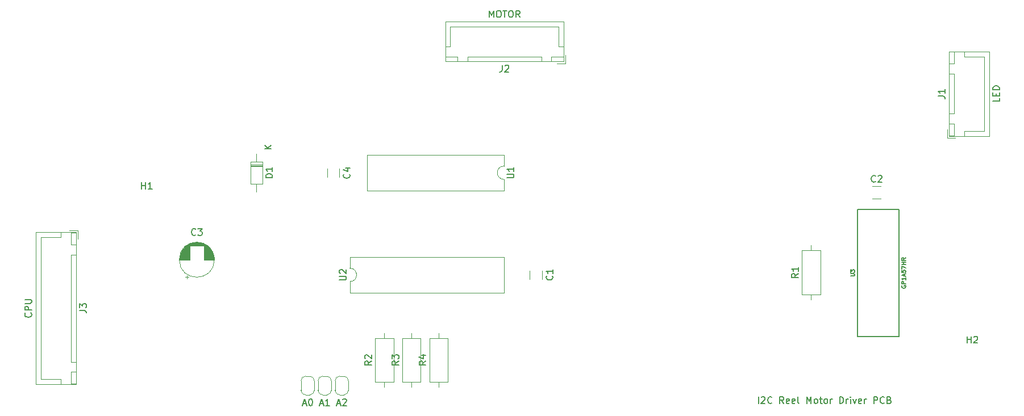
<source format=gbr>
%TF.GenerationSoftware,KiCad,Pcbnew,5.1.10-88a1d61d58~88~ubuntu20.04.1*%
%TF.CreationDate,2021-05-13T16:29:57+02:00*%
%TF.ProjectId,anna_elsa_reel_pcb,616e6e61-5f65-46c7-9361-5f7265656c5f,rev?*%
%TF.SameCoordinates,Original*%
%TF.FileFunction,Legend,Top*%
%TF.FilePolarity,Positive*%
%FSLAX46Y46*%
G04 Gerber Fmt 4.6, Leading zero omitted, Abs format (unit mm)*
G04 Created by KiCad (PCBNEW 5.1.10-88a1d61d58~88~ubuntu20.04.1) date 2021-05-13 16:29:57*
%MOMM*%
%LPD*%
G01*
G04 APERTURE LIST*
%ADD10C,0.150000*%
%ADD11C,0.120000*%
%ADD12C,0.203200*%
%ADD13C,0.127000*%
G04 APERTURE END LIST*
D10*
X161142857Y-100452380D02*
X161142857Y-99452380D01*
X161571428Y-99547619D02*
X161619047Y-99500000D01*
X161714285Y-99452380D01*
X161952380Y-99452380D01*
X162047619Y-99500000D01*
X162095238Y-99547619D01*
X162142857Y-99642857D01*
X162142857Y-99738095D01*
X162095238Y-99880952D01*
X161523809Y-100452380D01*
X162142857Y-100452380D01*
X163142857Y-100357142D02*
X163095238Y-100404761D01*
X162952380Y-100452380D01*
X162857142Y-100452380D01*
X162714285Y-100404761D01*
X162619047Y-100309523D01*
X162571428Y-100214285D01*
X162523809Y-100023809D01*
X162523809Y-99880952D01*
X162571428Y-99690476D01*
X162619047Y-99595238D01*
X162714285Y-99500000D01*
X162857142Y-99452380D01*
X162952380Y-99452380D01*
X163095238Y-99500000D01*
X163142857Y-99547619D01*
X164904761Y-100452380D02*
X164571428Y-99976190D01*
X164333333Y-100452380D02*
X164333333Y-99452380D01*
X164714285Y-99452380D01*
X164809523Y-99500000D01*
X164857142Y-99547619D01*
X164904761Y-99642857D01*
X164904761Y-99785714D01*
X164857142Y-99880952D01*
X164809523Y-99928571D01*
X164714285Y-99976190D01*
X164333333Y-99976190D01*
X165714285Y-100404761D02*
X165619047Y-100452380D01*
X165428571Y-100452380D01*
X165333333Y-100404761D01*
X165285714Y-100309523D01*
X165285714Y-99928571D01*
X165333333Y-99833333D01*
X165428571Y-99785714D01*
X165619047Y-99785714D01*
X165714285Y-99833333D01*
X165761904Y-99928571D01*
X165761904Y-100023809D01*
X165285714Y-100119047D01*
X166571428Y-100404761D02*
X166476190Y-100452380D01*
X166285714Y-100452380D01*
X166190476Y-100404761D01*
X166142857Y-100309523D01*
X166142857Y-99928571D01*
X166190476Y-99833333D01*
X166285714Y-99785714D01*
X166476190Y-99785714D01*
X166571428Y-99833333D01*
X166619047Y-99928571D01*
X166619047Y-100023809D01*
X166142857Y-100119047D01*
X167190476Y-100452380D02*
X167095238Y-100404761D01*
X167047619Y-100309523D01*
X167047619Y-99452380D01*
X168333333Y-100452380D02*
X168333333Y-99452380D01*
X168666666Y-100166666D01*
X169000000Y-99452380D01*
X169000000Y-100452380D01*
X169619047Y-100452380D02*
X169523809Y-100404761D01*
X169476190Y-100357142D01*
X169428571Y-100261904D01*
X169428571Y-99976190D01*
X169476190Y-99880952D01*
X169523809Y-99833333D01*
X169619047Y-99785714D01*
X169761904Y-99785714D01*
X169857142Y-99833333D01*
X169904761Y-99880952D01*
X169952380Y-99976190D01*
X169952380Y-100261904D01*
X169904761Y-100357142D01*
X169857142Y-100404761D01*
X169761904Y-100452380D01*
X169619047Y-100452380D01*
X170238095Y-99785714D02*
X170619047Y-99785714D01*
X170380952Y-99452380D02*
X170380952Y-100309523D01*
X170428571Y-100404761D01*
X170523809Y-100452380D01*
X170619047Y-100452380D01*
X171095238Y-100452380D02*
X171000000Y-100404761D01*
X170952380Y-100357142D01*
X170904761Y-100261904D01*
X170904761Y-99976190D01*
X170952380Y-99880952D01*
X171000000Y-99833333D01*
X171095238Y-99785714D01*
X171238095Y-99785714D01*
X171333333Y-99833333D01*
X171380952Y-99880952D01*
X171428571Y-99976190D01*
X171428571Y-100261904D01*
X171380952Y-100357142D01*
X171333333Y-100404761D01*
X171238095Y-100452380D01*
X171095238Y-100452380D01*
X171857142Y-100452380D02*
X171857142Y-99785714D01*
X171857142Y-99976190D02*
X171904761Y-99880952D01*
X171952380Y-99833333D01*
X172047619Y-99785714D01*
X172142857Y-99785714D01*
X173238095Y-100452380D02*
X173238095Y-99452380D01*
X173476190Y-99452380D01*
X173619047Y-99500000D01*
X173714285Y-99595238D01*
X173761904Y-99690476D01*
X173809523Y-99880952D01*
X173809523Y-100023809D01*
X173761904Y-100214285D01*
X173714285Y-100309523D01*
X173619047Y-100404761D01*
X173476190Y-100452380D01*
X173238095Y-100452380D01*
X174238095Y-100452380D02*
X174238095Y-99785714D01*
X174238095Y-99976190D02*
X174285714Y-99880952D01*
X174333333Y-99833333D01*
X174428571Y-99785714D01*
X174523809Y-99785714D01*
X174857142Y-100452380D02*
X174857142Y-99785714D01*
X174857142Y-99452380D02*
X174809523Y-99500000D01*
X174857142Y-99547619D01*
X174904761Y-99500000D01*
X174857142Y-99452380D01*
X174857142Y-99547619D01*
X175238095Y-99785714D02*
X175476190Y-100452380D01*
X175714285Y-99785714D01*
X176476190Y-100404761D02*
X176380952Y-100452380D01*
X176190476Y-100452380D01*
X176095238Y-100404761D01*
X176047619Y-100309523D01*
X176047619Y-99928571D01*
X176095238Y-99833333D01*
X176190476Y-99785714D01*
X176380952Y-99785714D01*
X176476190Y-99833333D01*
X176523809Y-99928571D01*
X176523809Y-100023809D01*
X176047619Y-100119047D01*
X176952380Y-100452380D02*
X176952380Y-99785714D01*
X176952380Y-99976190D02*
X177000000Y-99880952D01*
X177047619Y-99833333D01*
X177142857Y-99785714D01*
X177238095Y-99785714D01*
X178333333Y-100452380D02*
X178333333Y-99452380D01*
X178714285Y-99452380D01*
X178809523Y-99500000D01*
X178857142Y-99547619D01*
X178904761Y-99642857D01*
X178904761Y-99785714D01*
X178857142Y-99880952D01*
X178809523Y-99928571D01*
X178714285Y-99976190D01*
X178333333Y-99976190D01*
X179904761Y-100357142D02*
X179857142Y-100404761D01*
X179714285Y-100452380D01*
X179619047Y-100452380D01*
X179476190Y-100404761D01*
X179380952Y-100309523D01*
X179333333Y-100214285D01*
X179285714Y-100023809D01*
X179285714Y-99880952D01*
X179333333Y-99690476D01*
X179380952Y-99595238D01*
X179476190Y-99500000D01*
X179619047Y-99452380D01*
X179714285Y-99452380D01*
X179857142Y-99500000D01*
X179904761Y-99547619D01*
X180666666Y-99928571D02*
X180809523Y-99976190D01*
X180857142Y-100023809D01*
X180904761Y-100119047D01*
X180904761Y-100261904D01*
X180857142Y-100357142D01*
X180809523Y-100404761D01*
X180714285Y-100452380D01*
X180333333Y-100452380D01*
X180333333Y-99452380D01*
X180666666Y-99452380D01*
X180761904Y-99500000D01*
X180809523Y-99547619D01*
X180857142Y-99642857D01*
X180857142Y-99738095D01*
X180809523Y-99833333D01*
X180761904Y-99880952D01*
X180666666Y-99928571D01*
X180333333Y-99928571D01*
D11*
%TO.C,D1*%
X87280000Y-64400000D02*
X85440000Y-64400000D01*
X85440000Y-64400000D02*
X85440000Y-67680000D01*
X85440000Y-67680000D02*
X87280000Y-67680000D01*
X87280000Y-67680000D02*
X87280000Y-64400000D01*
X86360000Y-63220000D02*
X86360000Y-64400000D01*
X86360000Y-68860000D02*
X86360000Y-67680000D01*
X87280000Y-64976000D02*
X85440000Y-64976000D01*
X87280000Y-65096000D02*
X85440000Y-65096000D01*
X87280000Y-64856000D02*
X85440000Y-64856000D01*
%TO.C,C3*%
X80090000Y-79010000D02*
G75*
G03*
X80090000Y-79010000I-2620000J0D01*
G01*
X78510000Y-79010000D02*
X80050000Y-79010000D01*
X74890000Y-79010000D02*
X76430000Y-79010000D01*
X78510000Y-78970000D02*
X80050000Y-78970000D01*
X74890000Y-78970000D02*
X76430000Y-78970000D01*
X74891000Y-78930000D02*
X76430000Y-78930000D01*
X78510000Y-78930000D02*
X80049000Y-78930000D01*
X74892000Y-78890000D02*
X76430000Y-78890000D01*
X78510000Y-78890000D02*
X80048000Y-78890000D01*
X74894000Y-78850000D02*
X76430000Y-78850000D01*
X78510000Y-78850000D02*
X80046000Y-78850000D01*
X74897000Y-78810000D02*
X76430000Y-78810000D01*
X78510000Y-78810000D02*
X80043000Y-78810000D01*
X74901000Y-78770000D02*
X76430000Y-78770000D01*
X78510000Y-78770000D02*
X80039000Y-78770000D01*
X74905000Y-78730000D02*
X76430000Y-78730000D01*
X78510000Y-78730000D02*
X80035000Y-78730000D01*
X74909000Y-78690000D02*
X76430000Y-78690000D01*
X78510000Y-78690000D02*
X80031000Y-78690000D01*
X74914000Y-78650000D02*
X76430000Y-78650000D01*
X78510000Y-78650000D02*
X80026000Y-78650000D01*
X74920000Y-78610000D02*
X76430000Y-78610000D01*
X78510000Y-78610000D02*
X80020000Y-78610000D01*
X74927000Y-78570000D02*
X76430000Y-78570000D01*
X78510000Y-78570000D02*
X80013000Y-78570000D01*
X74934000Y-78530000D02*
X76430000Y-78530000D01*
X78510000Y-78530000D02*
X80006000Y-78530000D01*
X74942000Y-78490000D02*
X76430000Y-78490000D01*
X78510000Y-78490000D02*
X79998000Y-78490000D01*
X74950000Y-78450000D02*
X76430000Y-78450000D01*
X78510000Y-78450000D02*
X79990000Y-78450000D01*
X74959000Y-78410000D02*
X76430000Y-78410000D01*
X78510000Y-78410000D02*
X79981000Y-78410000D01*
X74969000Y-78370000D02*
X76430000Y-78370000D01*
X78510000Y-78370000D02*
X79971000Y-78370000D01*
X74979000Y-78330000D02*
X76430000Y-78330000D01*
X78510000Y-78330000D02*
X79961000Y-78330000D01*
X74990000Y-78289000D02*
X76430000Y-78289000D01*
X78510000Y-78289000D02*
X79950000Y-78289000D01*
X75002000Y-78249000D02*
X76430000Y-78249000D01*
X78510000Y-78249000D02*
X79938000Y-78249000D01*
X75015000Y-78209000D02*
X76430000Y-78209000D01*
X78510000Y-78209000D02*
X79925000Y-78209000D01*
X75028000Y-78169000D02*
X76430000Y-78169000D01*
X78510000Y-78169000D02*
X79912000Y-78169000D01*
X75042000Y-78129000D02*
X76430000Y-78129000D01*
X78510000Y-78129000D02*
X79898000Y-78129000D01*
X75056000Y-78089000D02*
X76430000Y-78089000D01*
X78510000Y-78089000D02*
X79884000Y-78089000D01*
X75072000Y-78049000D02*
X76430000Y-78049000D01*
X78510000Y-78049000D02*
X79868000Y-78049000D01*
X75088000Y-78009000D02*
X76430000Y-78009000D01*
X78510000Y-78009000D02*
X79852000Y-78009000D01*
X75105000Y-77969000D02*
X76430000Y-77969000D01*
X78510000Y-77969000D02*
X79835000Y-77969000D01*
X75122000Y-77929000D02*
X76430000Y-77929000D01*
X78510000Y-77929000D02*
X79818000Y-77929000D01*
X75141000Y-77889000D02*
X76430000Y-77889000D01*
X78510000Y-77889000D02*
X79799000Y-77889000D01*
X75160000Y-77849000D02*
X76430000Y-77849000D01*
X78510000Y-77849000D02*
X79780000Y-77849000D01*
X75180000Y-77809000D02*
X76430000Y-77809000D01*
X78510000Y-77809000D02*
X79760000Y-77809000D01*
X75202000Y-77769000D02*
X76430000Y-77769000D01*
X78510000Y-77769000D02*
X79738000Y-77769000D01*
X75223000Y-77729000D02*
X76430000Y-77729000D01*
X78510000Y-77729000D02*
X79717000Y-77729000D01*
X75246000Y-77689000D02*
X76430000Y-77689000D01*
X78510000Y-77689000D02*
X79694000Y-77689000D01*
X75270000Y-77649000D02*
X76430000Y-77649000D01*
X78510000Y-77649000D02*
X79670000Y-77649000D01*
X75295000Y-77609000D02*
X76430000Y-77609000D01*
X78510000Y-77609000D02*
X79645000Y-77609000D01*
X75321000Y-77569000D02*
X76430000Y-77569000D01*
X78510000Y-77569000D02*
X79619000Y-77569000D01*
X75348000Y-77529000D02*
X76430000Y-77529000D01*
X78510000Y-77529000D02*
X79592000Y-77529000D01*
X75375000Y-77489000D02*
X76430000Y-77489000D01*
X78510000Y-77489000D02*
X79565000Y-77489000D01*
X75405000Y-77449000D02*
X76430000Y-77449000D01*
X78510000Y-77449000D02*
X79535000Y-77449000D01*
X75435000Y-77409000D02*
X76430000Y-77409000D01*
X78510000Y-77409000D02*
X79505000Y-77409000D01*
X75466000Y-77369000D02*
X76430000Y-77369000D01*
X78510000Y-77369000D02*
X79474000Y-77369000D01*
X75499000Y-77329000D02*
X76430000Y-77329000D01*
X78510000Y-77329000D02*
X79441000Y-77329000D01*
X75533000Y-77289000D02*
X76430000Y-77289000D01*
X78510000Y-77289000D02*
X79407000Y-77289000D01*
X75569000Y-77249000D02*
X76430000Y-77249000D01*
X78510000Y-77249000D02*
X79371000Y-77249000D01*
X75606000Y-77209000D02*
X76430000Y-77209000D01*
X78510000Y-77209000D02*
X79334000Y-77209000D01*
X75644000Y-77169000D02*
X76430000Y-77169000D01*
X78510000Y-77169000D02*
X79296000Y-77169000D01*
X75685000Y-77129000D02*
X76430000Y-77129000D01*
X78510000Y-77129000D02*
X79255000Y-77129000D01*
X75727000Y-77089000D02*
X76430000Y-77089000D01*
X78510000Y-77089000D02*
X79213000Y-77089000D01*
X75771000Y-77049000D02*
X76430000Y-77049000D01*
X78510000Y-77049000D02*
X79169000Y-77049000D01*
X75817000Y-77009000D02*
X76430000Y-77009000D01*
X78510000Y-77009000D02*
X79123000Y-77009000D01*
X75865000Y-76969000D02*
X79075000Y-76969000D01*
X75916000Y-76929000D02*
X79024000Y-76929000D01*
X75970000Y-76889000D02*
X78970000Y-76889000D01*
X76027000Y-76849000D02*
X78913000Y-76849000D01*
X76087000Y-76809000D02*
X78853000Y-76809000D01*
X76151000Y-76769000D02*
X78789000Y-76769000D01*
X76219000Y-76729000D02*
X78721000Y-76729000D01*
X76292000Y-76689000D02*
X78648000Y-76689000D01*
X76372000Y-76649000D02*
X78568000Y-76649000D01*
X76459000Y-76609000D02*
X78481000Y-76609000D01*
X76555000Y-76569000D02*
X78385000Y-76569000D01*
X76665000Y-76529000D02*
X78275000Y-76529000D01*
X76793000Y-76489000D02*
X78147000Y-76489000D01*
X76952000Y-76449000D02*
X77988000Y-76449000D01*
X77186000Y-76409000D02*
X77754000Y-76409000D01*
X75995000Y-81814775D02*
X75995000Y-81314775D01*
X75745000Y-81564775D02*
X76245000Y-81564775D01*
%TO.C,C4*%
X98710000Y-65431000D02*
X98710000Y-66689000D01*
X96870000Y-65431000D02*
X96870000Y-66689000D01*
%TO.C,JP3*%
X93680000Y-99190000D02*
G75*
G02*
X92980000Y-98490000I0J700000D01*
G01*
X94980000Y-98490000D02*
G75*
G02*
X94280000Y-99190000I-700000J0D01*
G01*
X94280000Y-96390000D02*
G75*
G02*
X94980000Y-97090000I0J-700000D01*
G01*
X92980000Y-97090000D02*
G75*
G02*
X93680000Y-96390000I700000J0D01*
G01*
X94280000Y-99190000D02*
X93680000Y-99190000D01*
X94980000Y-97090000D02*
X94980000Y-98490000D01*
X93680000Y-96390000D02*
X94280000Y-96390000D01*
X92980000Y-98490000D02*
X92980000Y-97090000D01*
%TO.C,JP2*%
X96220000Y-99190000D02*
G75*
G02*
X95520000Y-98490000I0J700000D01*
G01*
X97520000Y-98490000D02*
G75*
G02*
X96820000Y-99190000I-700000J0D01*
G01*
X96820000Y-96390000D02*
G75*
G02*
X97520000Y-97090000I0J-700000D01*
G01*
X95520000Y-97090000D02*
G75*
G02*
X96220000Y-96390000I700000J0D01*
G01*
X96820000Y-99190000D02*
X96220000Y-99190000D01*
X97520000Y-97090000D02*
X97520000Y-98490000D01*
X96220000Y-96390000D02*
X96820000Y-96390000D01*
X95520000Y-98490000D02*
X95520000Y-97090000D01*
%TO.C,JP1*%
X98760000Y-99190000D02*
G75*
G02*
X98060000Y-98490000I0J700000D01*
G01*
X100060000Y-98490000D02*
G75*
G02*
X99360000Y-99190000I-700000J0D01*
G01*
X99360000Y-96390000D02*
G75*
G02*
X100060000Y-97090000I0J-700000D01*
G01*
X98060000Y-97090000D02*
G75*
G02*
X98760000Y-96390000I700000J0D01*
G01*
X99360000Y-99190000D02*
X98760000Y-99190000D01*
X100060000Y-97090000D02*
X100060000Y-98490000D01*
X98760000Y-96390000D02*
X99360000Y-96390000D01*
X98060000Y-98490000D02*
X98060000Y-97090000D01*
%TO.C,R4*%
X112140000Y-97250000D02*
X114880000Y-97250000D01*
X114880000Y-97250000D02*
X114880000Y-90710000D01*
X114880000Y-90710000D02*
X112140000Y-90710000D01*
X112140000Y-90710000D02*
X112140000Y-97250000D01*
X113510000Y-98020000D02*
X113510000Y-97250000D01*
X113510000Y-89940000D02*
X113510000Y-90710000D01*
%TO.C,R3*%
X108090000Y-97250000D02*
X110830000Y-97250000D01*
X110830000Y-97250000D02*
X110830000Y-90710000D01*
X110830000Y-90710000D02*
X108090000Y-90710000D01*
X108090000Y-90710000D02*
X108090000Y-97250000D01*
X109460000Y-98020000D02*
X109460000Y-97250000D01*
X109460000Y-89940000D02*
X109460000Y-90710000D01*
%TO.C,R2*%
X104040000Y-97250000D02*
X106780000Y-97250000D01*
X106780000Y-97250000D02*
X106780000Y-90710000D01*
X106780000Y-90710000D02*
X104040000Y-90710000D01*
X104040000Y-90710000D02*
X104040000Y-97250000D01*
X105410000Y-98020000D02*
X105410000Y-97250000D01*
X105410000Y-89940000D02*
X105410000Y-90710000D01*
%TO.C,U1*%
X123250000Y-67040000D02*
G75*
G02*
X123250000Y-65040000I0J1000000D01*
G01*
X123250000Y-65040000D02*
X123250000Y-63390000D01*
X123250000Y-63390000D02*
X102810000Y-63390000D01*
X102810000Y-63390000D02*
X102810000Y-68690000D01*
X102810000Y-68690000D02*
X123250000Y-68690000D01*
X123250000Y-68690000D02*
X123250000Y-67040000D01*
%TO.C,C2*%
X179379000Y-69920000D02*
X178121000Y-69920000D01*
X179379000Y-68080000D02*
X178121000Y-68080000D01*
%TO.C,R1*%
X167630000Y-84190000D02*
X170370000Y-84190000D01*
X170370000Y-84190000D02*
X170370000Y-77650000D01*
X170370000Y-77650000D02*
X167630000Y-77650000D01*
X167630000Y-77650000D02*
X167630000Y-84190000D01*
X169000000Y-84960000D02*
X169000000Y-84190000D01*
X169000000Y-76880000D02*
X169000000Y-77650000D01*
%TO.C,C1*%
X128920000Y-80631000D02*
X128920000Y-81889000D01*
X127080000Y-80631000D02*
X127080000Y-81889000D01*
D12*
%TO.C,U3*%
X175901200Y-90499600D02*
X175901200Y-71500400D01*
X175901200Y-71500400D02*
X182098800Y-71500400D01*
X182098800Y-71500400D02*
X182098800Y-90499600D01*
X182098800Y-90499600D02*
X175901200Y-90499600D01*
D11*
%TO.C,U2*%
X100270000Y-80280000D02*
G75*
G02*
X100270000Y-82280000I0J-1000000D01*
G01*
X100270000Y-82280000D02*
X100270000Y-83930000D01*
X100270000Y-83930000D02*
X123250000Y-83930000D01*
X123250000Y-83930000D02*
X123250000Y-78630000D01*
X123250000Y-78630000D02*
X100270000Y-78630000D01*
X100270000Y-78630000D02*
X100270000Y-80280000D01*
%TO.C,J3*%
X59460000Y-74940000D02*
X53490000Y-74940000D01*
X53490000Y-74940000D02*
X53490000Y-97560000D01*
X53490000Y-97560000D02*
X59460000Y-97560000D01*
X59460000Y-97560000D02*
X59460000Y-74940000D01*
X59450000Y-78250000D02*
X58700000Y-78250000D01*
X58700000Y-78250000D02*
X58700000Y-94250000D01*
X58700000Y-94250000D02*
X59450000Y-94250000D01*
X59450000Y-94250000D02*
X59450000Y-78250000D01*
X59450000Y-74950000D02*
X58700000Y-74950000D01*
X58700000Y-74950000D02*
X58700000Y-76750000D01*
X58700000Y-76750000D02*
X59450000Y-76750000D01*
X59450000Y-76750000D02*
X59450000Y-74950000D01*
X59450000Y-95750000D02*
X58700000Y-95750000D01*
X58700000Y-95750000D02*
X58700000Y-97550000D01*
X58700000Y-97550000D02*
X59450000Y-97550000D01*
X59450000Y-97550000D02*
X59450000Y-95750000D01*
X57200000Y-74950000D02*
X57200000Y-75700000D01*
X57200000Y-75700000D02*
X54250000Y-75700000D01*
X54250000Y-75700000D02*
X54250000Y-86250000D01*
X57200000Y-97550000D02*
X57200000Y-96800000D01*
X57200000Y-96800000D02*
X54250000Y-96800000D01*
X54250000Y-96800000D02*
X54250000Y-86250000D01*
X59750000Y-75900000D02*
X59750000Y-74650000D01*
X59750000Y-74650000D02*
X58500000Y-74650000D01*
%TO.C,J2*%
X132100000Y-49460000D02*
X132100000Y-43490000D01*
X132100000Y-43490000D02*
X114480000Y-43490000D01*
X114480000Y-43490000D02*
X114480000Y-49460000D01*
X114480000Y-49460000D02*
X132100000Y-49460000D01*
X128790000Y-49450000D02*
X128790000Y-48700000D01*
X128790000Y-48700000D02*
X117790000Y-48700000D01*
X117790000Y-48700000D02*
X117790000Y-49450000D01*
X117790000Y-49450000D02*
X128790000Y-49450000D01*
X132090000Y-49450000D02*
X132090000Y-48700000D01*
X132090000Y-48700000D02*
X130290000Y-48700000D01*
X130290000Y-48700000D02*
X130290000Y-49450000D01*
X130290000Y-49450000D02*
X132090000Y-49450000D01*
X116290000Y-49450000D02*
X116290000Y-48700000D01*
X116290000Y-48700000D02*
X114490000Y-48700000D01*
X114490000Y-48700000D02*
X114490000Y-49450000D01*
X114490000Y-49450000D02*
X116290000Y-49450000D01*
X132090000Y-47200000D02*
X131340000Y-47200000D01*
X131340000Y-47200000D02*
X131340000Y-44250000D01*
X131340000Y-44250000D02*
X123290000Y-44250000D01*
X114490000Y-47200000D02*
X115240000Y-47200000D01*
X115240000Y-47200000D02*
X115240000Y-44250000D01*
X115240000Y-44250000D02*
X123290000Y-44250000D01*
X131140000Y-49750000D02*
X132390000Y-49750000D01*
X132390000Y-49750000D02*
X132390000Y-48500000D01*
%TO.C,J1*%
X189540000Y-60560000D02*
X195510000Y-60560000D01*
X195510000Y-60560000D02*
X195510000Y-47940000D01*
X195510000Y-47940000D02*
X189540000Y-47940000D01*
X189540000Y-47940000D02*
X189540000Y-60560000D01*
X189550000Y-57250000D02*
X190300000Y-57250000D01*
X190300000Y-57250000D02*
X190300000Y-51250000D01*
X190300000Y-51250000D02*
X189550000Y-51250000D01*
X189550000Y-51250000D02*
X189550000Y-57250000D01*
X189550000Y-60550000D02*
X190300000Y-60550000D01*
X190300000Y-60550000D02*
X190300000Y-58750000D01*
X190300000Y-58750000D02*
X189550000Y-58750000D01*
X189550000Y-58750000D02*
X189550000Y-60550000D01*
X189550000Y-49750000D02*
X190300000Y-49750000D01*
X190300000Y-49750000D02*
X190300000Y-47950000D01*
X190300000Y-47950000D02*
X189550000Y-47950000D01*
X189550000Y-47950000D02*
X189550000Y-49750000D01*
X191800000Y-60550000D02*
X191800000Y-59800000D01*
X191800000Y-59800000D02*
X194750000Y-59800000D01*
X194750000Y-59800000D02*
X194750000Y-54250000D01*
X191800000Y-47950000D02*
X191800000Y-48700000D01*
X191800000Y-48700000D02*
X194750000Y-48700000D01*
X194750000Y-48700000D02*
X194750000Y-54250000D01*
X189250000Y-59600000D02*
X189250000Y-60850000D01*
X189250000Y-60850000D02*
X190500000Y-60850000D01*
%TO.C,D1*%
D10*
X88732380Y-66778095D02*
X87732380Y-66778095D01*
X87732380Y-66540000D01*
X87780000Y-66397142D01*
X87875238Y-66301904D01*
X87970476Y-66254285D01*
X88160952Y-66206666D01*
X88303809Y-66206666D01*
X88494285Y-66254285D01*
X88589523Y-66301904D01*
X88684761Y-66397142D01*
X88732380Y-66540000D01*
X88732380Y-66778095D01*
X88732380Y-65254285D02*
X88732380Y-65825714D01*
X88732380Y-65540000D02*
X87732380Y-65540000D01*
X87875238Y-65635238D01*
X87970476Y-65730476D01*
X88018095Y-65825714D01*
X88562380Y-62491904D02*
X87562380Y-62491904D01*
X88562380Y-61920476D02*
X87990952Y-62349047D01*
X87562380Y-61920476D02*
X88133809Y-62491904D01*
%TO.C,C3*%
X77303333Y-75287142D02*
X77255714Y-75334761D01*
X77112857Y-75382380D01*
X77017619Y-75382380D01*
X76874761Y-75334761D01*
X76779523Y-75239523D01*
X76731904Y-75144285D01*
X76684285Y-74953809D01*
X76684285Y-74810952D01*
X76731904Y-74620476D01*
X76779523Y-74525238D01*
X76874761Y-74430000D01*
X77017619Y-74382380D01*
X77112857Y-74382380D01*
X77255714Y-74430000D01*
X77303333Y-74477619D01*
X77636666Y-74382380D02*
X78255714Y-74382380D01*
X77922380Y-74763333D01*
X78065238Y-74763333D01*
X78160476Y-74810952D01*
X78208095Y-74858571D01*
X78255714Y-74953809D01*
X78255714Y-75191904D01*
X78208095Y-75287142D01*
X78160476Y-75334761D01*
X78065238Y-75382380D01*
X77779523Y-75382380D01*
X77684285Y-75334761D01*
X77636666Y-75287142D01*
%TO.C,C4*%
X100197142Y-66226666D02*
X100244761Y-66274285D01*
X100292380Y-66417142D01*
X100292380Y-66512380D01*
X100244761Y-66655238D01*
X100149523Y-66750476D01*
X100054285Y-66798095D01*
X99863809Y-66845714D01*
X99720952Y-66845714D01*
X99530476Y-66798095D01*
X99435238Y-66750476D01*
X99340000Y-66655238D01*
X99292380Y-66512380D01*
X99292380Y-66417142D01*
X99340000Y-66274285D01*
X99387619Y-66226666D01*
X99625714Y-65369523D02*
X100292380Y-65369523D01*
X99244761Y-65607619D02*
X99959047Y-65845714D01*
X99959047Y-65226666D01*
%TO.C,JP3*%
X93265714Y-100496666D02*
X93741904Y-100496666D01*
X93170476Y-100782380D02*
X93503809Y-99782380D01*
X93837142Y-100782380D01*
X94360952Y-99782380D02*
X94456190Y-99782380D01*
X94551428Y-99830000D01*
X94599047Y-99877619D01*
X94646666Y-99972857D01*
X94694285Y-100163333D01*
X94694285Y-100401428D01*
X94646666Y-100591904D01*
X94599047Y-100687142D01*
X94551428Y-100734761D01*
X94456190Y-100782380D01*
X94360952Y-100782380D01*
X94265714Y-100734761D01*
X94218095Y-100687142D01*
X94170476Y-100591904D01*
X94122857Y-100401428D01*
X94122857Y-100163333D01*
X94170476Y-99972857D01*
X94218095Y-99877619D01*
X94265714Y-99830000D01*
X94360952Y-99782380D01*
%TO.C,JP2*%
X95805714Y-100496666D02*
X96281904Y-100496666D01*
X95710476Y-100782380D02*
X96043809Y-99782380D01*
X96377142Y-100782380D01*
X97234285Y-100782380D02*
X96662857Y-100782380D01*
X96948571Y-100782380D02*
X96948571Y-99782380D01*
X96853333Y-99925238D01*
X96758095Y-100020476D01*
X96662857Y-100068095D01*
%TO.C,JP1*%
X98345714Y-100496666D02*
X98821904Y-100496666D01*
X98250476Y-100782380D02*
X98583809Y-99782380D01*
X98917142Y-100782380D01*
X99202857Y-99877619D02*
X99250476Y-99830000D01*
X99345714Y-99782380D01*
X99583809Y-99782380D01*
X99679047Y-99830000D01*
X99726666Y-99877619D01*
X99774285Y-99972857D01*
X99774285Y-100068095D01*
X99726666Y-100210952D01*
X99155238Y-100782380D01*
X99774285Y-100782380D01*
%TO.C,R4*%
X111592380Y-94146666D02*
X111116190Y-94480000D01*
X111592380Y-94718095D02*
X110592380Y-94718095D01*
X110592380Y-94337142D01*
X110640000Y-94241904D01*
X110687619Y-94194285D01*
X110782857Y-94146666D01*
X110925714Y-94146666D01*
X111020952Y-94194285D01*
X111068571Y-94241904D01*
X111116190Y-94337142D01*
X111116190Y-94718095D01*
X110925714Y-93289523D02*
X111592380Y-93289523D01*
X110544761Y-93527619D02*
X111259047Y-93765714D01*
X111259047Y-93146666D01*
%TO.C,R3*%
X107542380Y-94146666D02*
X107066190Y-94480000D01*
X107542380Y-94718095D02*
X106542380Y-94718095D01*
X106542380Y-94337142D01*
X106590000Y-94241904D01*
X106637619Y-94194285D01*
X106732857Y-94146666D01*
X106875714Y-94146666D01*
X106970952Y-94194285D01*
X107018571Y-94241904D01*
X107066190Y-94337142D01*
X107066190Y-94718095D01*
X106542380Y-93813333D02*
X106542380Y-93194285D01*
X106923333Y-93527619D01*
X106923333Y-93384761D01*
X106970952Y-93289523D01*
X107018571Y-93241904D01*
X107113809Y-93194285D01*
X107351904Y-93194285D01*
X107447142Y-93241904D01*
X107494761Y-93289523D01*
X107542380Y-93384761D01*
X107542380Y-93670476D01*
X107494761Y-93765714D01*
X107447142Y-93813333D01*
%TO.C,R2*%
X103492380Y-94146666D02*
X103016190Y-94480000D01*
X103492380Y-94718095D02*
X102492380Y-94718095D01*
X102492380Y-94337142D01*
X102540000Y-94241904D01*
X102587619Y-94194285D01*
X102682857Y-94146666D01*
X102825714Y-94146666D01*
X102920952Y-94194285D01*
X102968571Y-94241904D01*
X103016190Y-94337142D01*
X103016190Y-94718095D01*
X102587619Y-93765714D02*
X102540000Y-93718095D01*
X102492380Y-93622857D01*
X102492380Y-93384761D01*
X102540000Y-93289523D01*
X102587619Y-93241904D01*
X102682857Y-93194285D01*
X102778095Y-93194285D01*
X102920952Y-93241904D01*
X103492380Y-93813333D01*
X103492380Y-93194285D01*
%TO.C,U1*%
X123702380Y-66801904D02*
X124511904Y-66801904D01*
X124607142Y-66754285D01*
X124654761Y-66706666D01*
X124702380Y-66611428D01*
X124702380Y-66420952D01*
X124654761Y-66325714D01*
X124607142Y-66278095D01*
X124511904Y-66230476D01*
X123702380Y-66230476D01*
X124702380Y-65230476D02*
X124702380Y-65801904D01*
X124702380Y-65516190D02*
X123702380Y-65516190D01*
X123845238Y-65611428D01*
X123940476Y-65706666D01*
X123988095Y-65801904D01*
%TO.C,C2*%
X178583333Y-67357142D02*
X178535714Y-67404761D01*
X178392857Y-67452380D01*
X178297619Y-67452380D01*
X178154761Y-67404761D01*
X178059523Y-67309523D01*
X178011904Y-67214285D01*
X177964285Y-67023809D01*
X177964285Y-66880952D01*
X178011904Y-66690476D01*
X178059523Y-66595238D01*
X178154761Y-66500000D01*
X178297619Y-66452380D01*
X178392857Y-66452380D01*
X178535714Y-66500000D01*
X178583333Y-66547619D01*
X178964285Y-66547619D02*
X179011904Y-66500000D01*
X179107142Y-66452380D01*
X179345238Y-66452380D01*
X179440476Y-66500000D01*
X179488095Y-66547619D01*
X179535714Y-66642857D01*
X179535714Y-66738095D01*
X179488095Y-66880952D01*
X178916666Y-67452380D01*
X179535714Y-67452380D01*
%TO.C,R1*%
X167082380Y-81086666D02*
X166606190Y-81420000D01*
X167082380Y-81658095D02*
X166082380Y-81658095D01*
X166082380Y-81277142D01*
X166130000Y-81181904D01*
X166177619Y-81134285D01*
X166272857Y-81086666D01*
X166415714Y-81086666D01*
X166510952Y-81134285D01*
X166558571Y-81181904D01*
X166606190Y-81277142D01*
X166606190Y-81658095D01*
X167082380Y-80134285D02*
X167082380Y-80705714D01*
X167082380Y-80420000D02*
X166082380Y-80420000D01*
X166225238Y-80515238D01*
X166320476Y-80610476D01*
X166368095Y-80705714D01*
%TO.C,C1*%
X130407142Y-81426666D02*
X130454761Y-81474285D01*
X130502380Y-81617142D01*
X130502380Y-81712380D01*
X130454761Y-81855238D01*
X130359523Y-81950476D01*
X130264285Y-81998095D01*
X130073809Y-82045714D01*
X129930952Y-82045714D01*
X129740476Y-81998095D01*
X129645238Y-81950476D01*
X129550000Y-81855238D01*
X129502380Y-81712380D01*
X129502380Y-81617142D01*
X129550000Y-81474285D01*
X129597619Y-81426666D01*
X130502380Y-80474285D02*
X130502380Y-81045714D01*
X130502380Y-80760000D02*
X129502380Y-80760000D01*
X129645238Y-80855238D01*
X129740476Y-80950476D01*
X129788095Y-81045714D01*
%TO.C,U3*%
D13*
X174856171Y-81464457D02*
X175349657Y-81464457D01*
X175407714Y-81435428D01*
X175436742Y-81406400D01*
X175465771Y-81348342D01*
X175465771Y-81232228D01*
X175436742Y-81174171D01*
X175407714Y-81145142D01*
X175349657Y-81116114D01*
X174856171Y-81116114D01*
X174856171Y-80883885D02*
X174856171Y-80506514D01*
X175088400Y-80709714D01*
X175088400Y-80622628D01*
X175117428Y-80564571D01*
X175146457Y-80535542D01*
X175204514Y-80506514D01*
X175349657Y-80506514D01*
X175407714Y-80535542D01*
X175436742Y-80564571D01*
X175465771Y-80622628D01*
X175465771Y-80796800D01*
X175436742Y-80854857D01*
X175407714Y-80883885D01*
X182505200Y-82901371D02*
X182476171Y-82959428D01*
X182476171Y-83046514D01*
X182505200Y-83133600D01*
X182563257Y-83191657D01*
X182621314Y-83220685D01*
X182737428Y-83249714D01*
X182824514Y-83249714D01*
X182940628Y-83220685D01*
X182998685Y-83191657D01*
X183056742Y-83133600D01*
X183085771Y-83046514D01*
X183085771Y-82988457D01*
X183056742Y-82901371D01*
X183027714Y-82872342D01*
X182824514Y-82872342D01*
X182824514Y-82988457D01*
X183085771Y-82611085D02*
X182476171Y-82611085D01*
X182476171Y-82378857D01*
X182505200Y-82320800D01*
X182534228Y-82291771D01*
X182592285Y-82262742D01*
X182679371Y-82262742D01*
X182737428Y-82291771D01*
X182766457Y-82320800D01*
X182795485Y-82378857D01*
X182795485Y-82611085D01*
X183085771Y-81682171D02*
X183085771Y-82030514D01*
X183085771Y-81856342D02*
X182476171Y-81856342D01*
X182563257Y-81914400D01*
X182621314Y-81972457D01*
X182650342Y-82030514D01*
X182911600Y-81449942D02*
X182911600Y-81159657D01*
X183085771Y-81508000D02*
X182476171Y-81304800D01*
X183085771Y-81101600D01*
X182476171Y-80608114D02*
X182476171Y-80898400D01*
X182766457Y-80927428D01*
X182737428Y-80898400D01*
X182708400Y-80840342D01*
X182708400Y-80695200D01*
X182737428Y-80637142D01*
X182766457Y-80608114D01*
X182824514Y-80579085D01*
X182969657Y-80579085D01*
X183027714Y-80608114D01*
X183056742Y-80637142D01*
X183085771Y-80695200D01*
X183085771Y-80840342D01*
X183056742Y-80898400D01*
X183027714Y-80927428D01*
X182476171Y-80375885D02*
X182476171Y-79969485D01*
X183085771Y-80230742D01*
X183085771Y-79737257D02*
X182476171Y-79737257D01*
X182766457Y-79737257D02*
X182766457Y-79388914D01*
X183085771Y-79388914D02*
X182476171Y-79388914D01*
X183085771Y-78750285D02*
X182795485Y-78953485D01*
X183085771Y-79098628D02*
X182476171Y-79098628D01*
X182476171Y-78866400D01*
X182505200Y-78808342D01*
X182534228Y-78779314D01*
X182592285Y-78750285D01*
X182679371Y-78750285D01*
X182737428Y-78779314D01*
X182766457Y-78808342D01*
X182795485Y-78866400D01*
X182795485Y-79098628D01*
%TO.C,U2*%
D10*
X98722380Y-82041904D02*
X99531904Y-82041904D01*
X99627142Y-81994285D01*
X99674761Y-81946666D01*
X99722380Y-81851428D01*
X99722380Y-81660952D01*
X99674761Y-81565714D01*
X99627142Y-81518095D01*
X99531904Y-81470476D01*
X98722380Y-81470476D01*
X98817619Y-81041904D02*
X98770000Y-80994285D01*
X98722380Y-80899047D01*
X98722380Y-80660952D01*
X98770000Y-80565714D01*
X98817619Y-80518095D01*
X98912857Y-80470476D01*
X99008095Y-80470476D01*
X99150952Y-80518095D01*
X99722380Y-81089523D01*
X99722380Y-80470476D01*
%TO.C,J3*%
X60002380Y-86583333D02*
X60716666Y-86583333D01*
X60859523Y-86630952D01*
X60954761Y-86726190D01*
X61002380Y-86869047D01*
X61002380Y-86964285D01*
X60002380Y-86202380D02*
X60002380Y-85583333D01*
X60383333Y-85916666D01*
X60383333Y-85773809D01*
X60430952Y-85678571D01*
X60478571Y-85630952D01*
X60573809Y-85583333D01*
X60811904Y-85583333D01*
X60907142Y-85630952D01*
X60954761Y-85678571D01*
X61002380Y-85773809D01*
X61002380Y-86059523D01*
X60954761Y-86154761D01*
X60907142Y-86202380D01*
X52757142Y-86964285D02*
X52804761Y-87011904D01*
X52852380Y-87154761D01*
X52852380Y-87250000D01*
X52804761Y-87392857D01*
X52709523Y-87488095D01*
X52614285Y-87535714D01*
X52423809Y-87583333D01*
X52280952Y-87583333D01*
X52090476Y-87535714D01*
X51995238Y-87488095D01*
X51900000Y-87392857D01*
X51852380Y-87250000D01*
X51852380Y-87154761D01*
X51900000Y-87011904D01*
X51947619Y-86964285D01*
X52852380Y-86535714D02*
X51852380Y-86535714D01*
X51852380Y-86154761D01*
X51900000Y-86059523D01*
X51947619Y-86011904D01*
X52042857Y-85964285D01*
X52185714Y-85964285D01*
X52280952Y-86011904D01*
X52328571Y-86059523D01*
X52376190Y-86154761D01*
X52376190Y-86535714D01*
X51852380Y-85535714D02*
X52661904Y-85535714D01*
X52757142Y-85488095D01*
X52804761Y-85440476D01*
X52852380Y-85345238D01*
X52852380Y-85154761D01*
X52804761Y-85059523D01*
X52757142Y-85011904D01*
X52661904Y-84964285D01*
X51852380Y-84964285D01*
%TO.C,J2*%
X122956666Y-50002380D02*
X122956666Y-50716666D01*
X122909047Y-50859523D01*
X122813809Y-50954761D01*
X122670952Y-51002380D01*
X122575714Y-51002380D01*
X123385238Y-50097619D02*
X123432857Y-50050000D01*
X123528095Y-50002380D01*
X123766190Y-50002380D01*
X123861428Y-50050000D01*
X123909047Y-50097619D01*
X123956666Y-50192857D01*
X123956666Y-50288095D01*
X123909047Y-50430952D01*
X123337619Y-51002380D01*
X123956666Y-51002380D01*
X121028095Y-42852380D02*
X121028095Y-41852380D01*
X121361428Y-42566666D01*
X121694761Y-41852380D01*
X121694761Y-42852380D01*
X122361428Y-41852380D02*
X122551904Y-41852380D01*
X122647142Y-41900000D01*
X122742380Y-41995238D01*
X122790000Y-42185714D01*
X122790000Y-42519047D01*
X122742380Y-42709523D01*
X122647142Y-42804761D01*
X122551904Y-42852380D01*
X122361428Y-42852380D01*
X122266190Y-42804761D01*
X122170952Y-42709523D01*
X122123333Y-42519047D01*
X122123333Y-42185714D01*
X122170952Y-41995238D01*
X122266190Y-41900000D01*
X122361428Y-41852380D01*
X123075714Y-41852380D02*
X123647142Y-41852380D01*
X123361428Y-42852380D02*
X123361428Y-41852380D01*
X124170952Y-41852380D02*
X124361428Y-41852380D01*
X124456666Y-41900000D01*
X124551904Y-41995238D01*
X124599523Y-42185714D01*
X124599523Y-42519047D01*
X124551904Y-42709523D01*
X124456666Y-42804761D01*
X124361428Y-42852380D01*
X124170952Y-42852380D01*
X124075714Y-42804761D01*
X123980476Y-42709523D01*
X123932857Y-42519047D01*
X123932857Y-42185714D01*
X123980476Y-41995238D01*
X124075714Y-41900000D01*
X124170952Y-41852380D01*
X125599523Y-42852380D02*
X125266190Y-42376190D01*
X125028095Y-42852380D02*
X125028095Y-41852380D01*
X125409047Y-41852380D01*
X125504285Y-41900000D01*
X125551904Y-41947619D01*
X125599523Y-42042857D01*
X125599523Y-42185714D01*
X125551904Y-42280952D01*
X125504285Y-42328571D01*
X125409047Y-42376190D01*
X125028095Y-42376190D01*
%TO.C,J1*%
X187902380Y-54583333D02*
X188616666Y-54583333D01*
X188759523Y-54630952D01*
X188854761Y-54726190D01*
X188902380Y-54869047D01*
X188902380Y-54964285D01*
X188902380Y-53583333D02*
X188902380Y-54154761D01*
X188902380Y-53869047D02*
X187902380Y-53869047D01*
X188045238Y-53964285D01*
X188140476Y-54059523D01*
X188188095Y-54154761D01*
X197052380Y-54892857D02*
X197052380Y-55369047D01*
X196052380Y-55369047D01*
X196528571Y-54559523D02*
X196528571Y-54226190D01*
X197052380Y-54083333D02*
X197052380Y-54559523D01*
X196052380Y-54559523D01*
X196052380Y-54083333D01*
X197052380Y-53654761D02*
X196052380Y-53654761D01*
X196052380Y-53416666D01*
X196100000Y-53273809D01*
X196195238Y-53178571D01*
X196290476Y-53130952D01*
X196480952Y-53083333D01*
X196623809Y-53083333D01*
X196814285Y-53130952D01*
X196909523Y-53178571D01*
X197004761Y-53273809D01*
X197052380Y-53416666D01*
X197052380Y-53654761D01*
%TO.C,H2*%
X192238095Y-91452380D02*
X192238095Y-90452380D01*
X192238095Y-90928571D02*
X192809523Y-90928571D01*
X192809523Y-91452380D02*
X192809523Y-90452380D01*
X193238095Y-90547619D02*
X193285714Y-90500000D01*
X193380952Y-90452380D01*
X193619047Y-90452380D01*
X193714285Y-90500000D01*
X193761904Y-90547619D01*
X193809523Y-90642857D01*
X193809523Y-90738095D01*
X193761904Y-90880952D01*
X193190476Y-91452380D01*
X193809523Y-91452380D01*
%TO.C,H1*%
X69238095Y-68452380D02*
X69238095Y-67452380D01*
X69238095Y-67928571D02*
X69809523Y-67928571D01*
X69809523Y-68452380D02*
X69809523Y-67452380D01*
X70809523Y-68452380D02*
X70238095Y-68452380D01*
X70523809Y-68452380D02*
X70523809Y-67452380D01*
X70428571Y-67595238D01*
X70333333Y-67690476D01*
X70238095Y-67738095D01*
%TD*%
M02*

</source>
